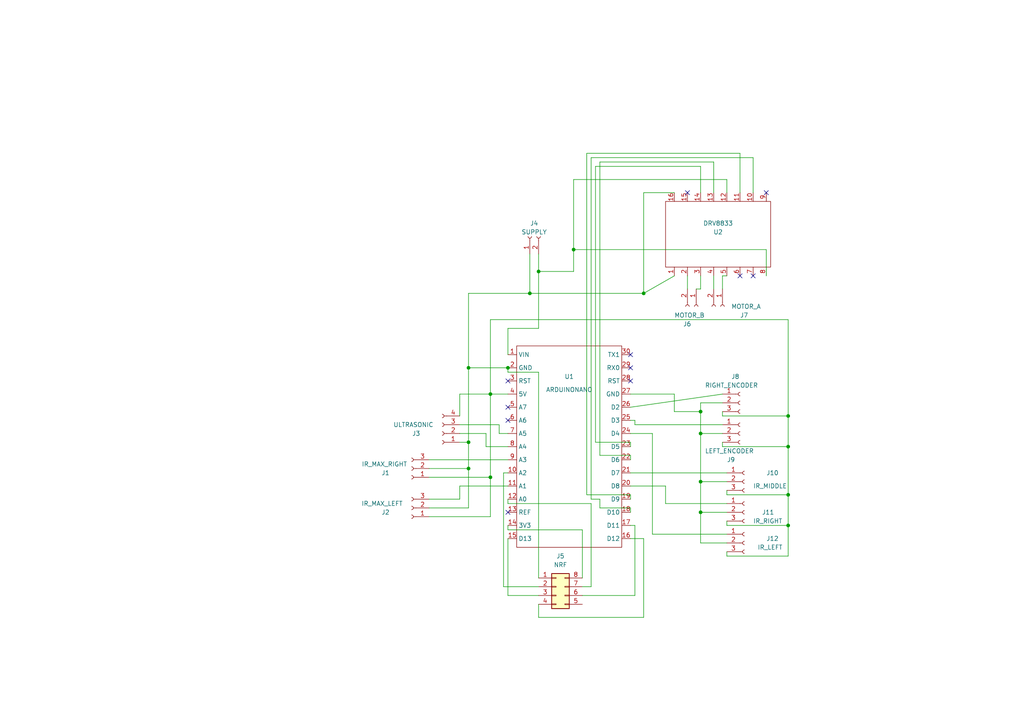
<source format=kicad_sch>
(kicad_sch (version 20211123) (generator eeschema)
  (paper "A4")
  (lib_symbols
    (symbol "ARDUINONANO:ARDUINONANO"
      (property "Reference" "U" (at 5.08 -2.54 0))
      (property "Value" "ARDUINONANO" (at 5.08 -5.08 0))
      (symbol "ARDUINONANO_0_1"
        (rectangle (start -10.16 13.97) (end 20.32 -44.45))
      )
      (symbol "ARDUINONANO_1_1"
        (pin input line (at -12.7 11.43 0) (length 2.54) (name "VIN") (number "1"))
        (pin input line (at -12.7 -22.86 0) (length 2.54) (name "A2") (number "10"))
        (pin input line (at -12.7 -26.67 0) (length 2.54) (name "A1") (number "11"))
        (pin input line (at -12.7 -30.48 0) (length 2.54) (name "A0") (number "12"))
        (pin input line (at -12.7 -34.29 0) (length 2.54) (name "REF") (number "13"))
        (pin input line (at -12.7 -38.1 0) (length 2.54) (name "3V3") (number "14"))
        (pin input line (at -12.7 -41.91 0) (length 2.54) (name "D13") (number "15"))
        (pin input line (at 22.86 -41.91 180) (length 2.54) (name "D12") (number "16"))
        (pin input line (at 22.86 -38.1 180) (length 2.54) (name "D11") (number "17"))
        (pin input line (at 22.86 -34.29 180) (length 2.54) (name "D10") (number "18"))
        (pin input line (at 22.86 -30.48 180) (length 2.54) (name "D9") (number "19"))
        (pin input line (at -12.7 7.62 0) (length 2.54) (name "GND") (number "2"))
        (pin input line (at 22.86 -26.67 180) (length 2.54) (name "D8") (number "20"))
        (pin input line (at 22.86 -22.86 180) (length 2.54) (name "D7") (number "21"))
        (pin input line (at 22.86 -19.05 180) (length 2.54) (name "D6") (number "22"))
        (pin input line (at 22.86 -15.24 180) (length 2.54) (name "D5") (number "23"))
        (pin input line (at 22.86 -11.43 180) (length 2.54) (name "D4") (number "24"))
        (pin input line (at 22.86 -7.62 180) (length 2.54) (name "D3") (number "25"))
        (pin input line (at 22.86 -3.81 180) (length 2.54) (name "D2") (number "26"))
        (pin input line (at 22.86 0 180) (length 2.54) (name "GND") (number "27"))
        (pin input line (at 22.86 3.81 180) (length 2.54) (name "RST") (number "28"))
        (pin input line (at 22.86 7.62 180) (length 2.54) (name "RX0") (number "29"))
        (pin input line (at -12.7 3.81 0) (length 2.54) (name "RST") (number "3"))
        (pin input line (at 22.86 11.43 180) (length 2.54) (name "TX1") (number "30"))
        (pin input line (at -12.7 0 0) (length 2.54) (name "5V") (number "4"))
        (pin input line (at -12.7 -3.81 0) (length 2.54) (name "A7") (number "5"))
        (pin input line (at -12.7 -7.62 0) (length 2.54) (name "A6") (number "6"))
        (pin input line (at -12.7 -11.43 0) (length 2.54) (name "A5") (number "7"))
        (pin input line (at -12.7 -15.24 0) (length 2.54) (name "A4") (number "8"))
        (pin input line (at -12.7 -19.05 0) (length 2.54) (name "A3") (number "9"))
      )
    )
    (symbol "Connector:Conn_01x02_Female" (pin_names (offset 1.016) hide)
      (property "Reference" "J" (at 0 2.54 0))
      (property "Value" "Conn_01x02_Female" (at 0 -5.08 0))
      (symbol "Conn_01x02_Female_1_1"
        (arc (start 0 -2.032) (mid -0.508 -2.54) (end 0 -3.048) (stroke (width 0.1524)))
        (polyline (pts (xy -1.27 -2.54) (xy -0.508 -2.54)) (stroke (width 0.1524)))
        (polyline (pts (xy -1.27 0) (xy -0.508 0)) (stroke (width 0.1524)))
        (arc (start 0 0.508) (mid -0.508 0) (end 0 -0.508) (stroke (width 0.1524)))
        (pin passive line (at -5.08 0 0) (length 3.81) (name "Pin_1") (number "1"))
        (pin passive line (at -5.08 -2.54 0) (length 3.81) (name "Pin_2") (number "2"))
      )
    )
    (symbol "Connector:Conn_01x03_Female" (pin_names (offset 1.016) hide)
      (property "Reference" "J" (at 0 5.08 0))
      (property "Value" "Conn_01x03_Female" (at 0 -5.08 0))
      (symbol "Conn_01x03_Female_1_1"
        (arc (start 0 -2.032) (mid -0.508 -2.54) (end 0 -3.048) (stroke (width 0.1524)))
        (polyline (pts (xy -1.27 -2.54) (xy -0.508 -2.54)) (stroke (width 0.1524)))
        (polyline (pts (xy -1.27 0) (xy -0.508 0)) (stroke (width 0.1524)))
        (polyline (pts (xy -1.27 2.54) (xy -0.508 2.54)) (stroke (width 0.1524)))
        (arc (start 0 0.508) (mid -0.508 0) (end 0 -0.508) (stroke (width 0.1524)))
        (arc (start 0 3.048) (mid -0.508 2.54) (end 0 2.032) (stroke (width 0.1524)))
        (pin passive line (at -5.08 2.54 0) (length 3.81) (name "Pin_1") (number "1"))
        (pin passive line (at -5.08 0 0) (length 3.81) (name "Pin_2") (number "2"))
        (pin passive line (at -5.08 -2.54 0) (length 3.81) (name "Pin_3") (number "3"))
      )
    )
    (symbol "Connector:Conn_01x04_Female" (pin_names (offset 1.016) hide)
      (property "Reference" "J" (at 0 5.08 0))
      (property "Value" "Conn_01x04_Female" (at 0 -7.62 0))
      (symbol "Conn_01x04_Female_1_1"
        (arc (start 0 -4.572) (mid -0.508 -5.08) (end 0 -5.588) (stroke (width 0.1524)))
        (arc (start 0 -2.032) (mid -0.508 -2.54) (end 0 -3.048) (stroke (width 0.1524)))
        (polyline (pts (xy -1.27 -5.08) (xy -0.508 -5.08)) (stroke (width 0.1524)))
        (polyline (pts (xy -1.27 -2.54) (xy -0.508 -2.54)) (stroke (width 0.1524)))
        (polyline (pts (xy -1.27 0) (xy -0.508 0)) (stroke (width 0.1524)))
        (polyline (pts (xy -1.27 2.54) (xy -0.508 2.54)) (stroke (width 0.1524)))
        (arc (start 0 0.508) (mid -0.508 0) (end 0 -0.508) (stroke (width 0.1524)))
        (arc (start 0 3.048) (mid -0.508 2.54) (end 0 2.032) (stroke (width 0.1524)))
        (pin passive line (at -5.08 2.54 0) (length 3.81) (name "Pin_1") (number "1"))
        (pin passive line (at -5.08 0 0) (length 3.81) (name "Pin_2") (number "2"))
        (pin passive line (at -5.08 -2.54 0) (length 3.81) (name "Pin_3") (number "3"))
        (pin passive line (at -5.08 -5.08 0) (length 3.81) (name "Pin_4") (number "4"))
      )
    )
    (symbol "Connector_Generic:Conn_02x04_Counter_Clockwise" (pin_names (offset 1.016) hide)
      (property "Reference" "J" (at 1.27 5.08 0))
      (property "Value" "Conn_02x04_Counter_Clockwise" (at 1.27 -7.62 0))
      (symbol "Conn_02x04_Counter_Clockwise_1_1"
        (rectangle (start -1.27 -4.953) (end 0 -5.207) (stroke (width 0.1524)))
        (rectangle (start -1.27 -2.413) (end 0 -2.667) (stroke (width 0.1524)))
        (rectangle (start -1.27 0.127) (end 0 -0.127) (stroke (width 0.1524)))
        (rectangle (start -1.27 2.667) (end 0 2.413) (stroke (width 0.1524)))
        (rectangle (start -1.27 3.81) (end 3.81 -6.35) (stroke (width 0.254)) (fill (type background)))
        (rectangle (start 3.81 -4.953) (end 2.54 -5.207) (stroke (width 0.1524)))
        (rectangle (start 3.81 -2.413) (end 2.54 -2.667) (stroke (width 0.1524)))
        (rectangle (start 3.81 0.127) (end 2.54 -0.127) (stroke (width 0.1524)))
        (rectangle (start 3.81 2.667) (end 2.54 2.413) (stroke (width 0.1524)))
        (pin passive line (at -5.08 2.54 0) (length 3.81) (name "Pin_1") (number "1"))
        (pin passive line (at -5.08 0 0) (length 3.81) (name "Pin_2") (number "2"))
        (pin passive line (at -5.08 -2.54 0) (length 3.81) (name "Pin_3") (number "3"))
        (pin passive line (at -5.08 -5.08 0) (length 3.81) (name "Pin_4") (number "4"))
        (pin passive line (at 7.62 -5.08 180) (length 3.81) (name "Pin_5") (number "5"))
        (pin passive line (at 7.62 -2.54 180) (length 3.81) (name "Pin_6") (number "6"))
        (pin passive line (at 7.62 0 180) (length 3.81) (name "Pin_7") (number "7"))
        (pin passive line (at 7.62 2.54 180) (length 3.81) (name "Pin_8") (number "8"))
      )
    )
    (symbol "DRV8833:DRV8833"
      (property "Reference" "U" (at 0 0 0))
      (property "Value" "DRV8833" (at 0 -2.54 0))
      (symbol "DRV8833_0_1"
        (rectangle (start -10.16 13.97) (end 8.89 -16.51))
      )
      (symbol "DRV8833_1_1"
        (pin input line (at -12.7 11.43 0) (length 2.54) (name "") (number "1"))
        (pin input line (at 11.43 -11.43 180) (length 2.54) (name "") (number "10"))
        (pin input line (at 11.43 -7.62 180) (length 2.54) (name "") (number "11"))
        (pin input line (at 11.43 -3.81 180) (length 2.54) (name "") (number "12"))
        (pin input line (at 11.43 0 180) (length 2.54) (name "") (number "13"))
        (pin input line (at 11.43 3.81 180) (length 2.54) (name "") (number "14"))
        (pin input line (at 11.43 7.62 180) (length 2.54) (name "") (number "15"))
        (pin input line (at 11.43 11.43 180) (length 2.54) (name "") (number "16"))
        (pin input line (at -12.7 7.62 0) (length 2.54) (name "") (number "2"))
        (pin input line (at -12.7 3.81 0) (length 2.54) (name "") (number "3"))
        (pin input line (at -12.7 0 0) (length 2.54) (name "") (number "4"))
        (pin input line (at -12.7 -3.81 0) (length 2.54) (name "") (number "5"))
        (pin input line (at -12.7 -7.62 0) (length 2.54) (name "") (number "6"))
        (pin input line (at -12.7 -11.43 0) (length 2.54) (name "") (number "7"))
        (pin input line (at -12.7 -15.24 0) (length 2.54) (name "") (number "8"))
        (pin input line (at 11.43 -15.24 180) (length 2.54) (name "") (number "9"))
      )
    )
  )
  (junction (at 147.32 106.68))
  (junction (at 142.24 114.3))
  (junction (at 153.67 85.09))
  (junction (at 203.2 139.7))
  (junction (at 135.89 135.89))
  (junction (at 228.6 120.65))
  (junction (at 228.6 143.51))
  (junction (at 135.89 106.68))
  (junction (at 203.2 119.38))
  (junction (at 156.21 78.74))
  (junction (at 228.6 152.4))
  (junction (at 142.24 138.43))
  (junction (at 186.69 85.09))
  (junction (at 203.2 125.73))
  (junction (at 166.37 72.39))
  (junction (at 135.89 128.27))
  (junction (at 228.6 129.54))
  (junction (at 203.2 148.59))
  (no_connect (at 222.25 55.88))
  (no_connect (at 214.63 80.01))
  (no_connect (at 218.44 80.01))
  (no_connect (at 199.39 55.88))
  (no_connect (at 182.88 102.87))
  (no_connect (at 182.88 106.68))
  (no_connect (at 182.88 110.49))
  (no_connect (at 147.32 110.49))
  (no_connect (at 147.32 148.59))
  (no_connect (at 147.32 118.11))
  (no_connect (at 147.32 121.92))
  (wire (pts (xy 210.82 52.07) (xy 166.37 52.07)))
  (wire (pts (xy 210.82 154.94) (xy 189.23 154.94)))
  (wire (pts (xy 156.21 172.72) (xy 147.32 172.72)))
  (wire (pts (xy 195.58 114.3) (xy 195.58 119.38)))
  (wire (pts (xy 147.32 153.67) (xy 147.32 152.4)))
  (wire (pts (xy 182.88 114.3) (xy 195.58 114.3)))
  (wire (pts (xy 135.89 85.09) (xy 153.67 85.09)))
  (wire (pts (xy 210.82 146.05) (xy 193.04 146.05)))
  (wire (pts (xy 144.78 125.73) (xy 147.32 125.73)))
  (wire (pts (xy 222.25 80.01) (xy 222.25 72.39)))
  (wire (pts (xy 203.2 139.7) (xy 203.2 125.73)))
  (wire (pts (xy 168.91 172.72) (xy 184.15 172.72)))
  (wire (pts (xy 124.46 147.32) (xy 135.89 147.32)))
  (wire (pts (xy 153.67 85.09) (xy 186.69 85.09)))
  (wire (pts (xy 173.99 147.32) (xy 182.88 147.32)))
  (wire (pts (xy 209.55 123.19) (xy 184.15 123.19)))
  (wire (pts (xy 142.24 138.43) (xy 142.24 149.86)))
  (wire (pts (xy 156.21 95.25) (xy 156.21 78.74)))
  (wire (pts (xy 203.2 116.84) (xy 203.2 119.38)))
  (wire (pts (xy 186.69 179.07) (xy 186.69 156.21)))
  (wire (pts (xy 147.32 114.3) (xy 142.24 114.3)))
  (wire (pts (xy 146.05 137.16) (xy 147.32 137.16)))
  (wire (pts (xy 207.01 80.01) (xy 207.01 83.82)))
  (wire (pts (xy 153.67 73.66) (xy 153.67 85.09)))
  (wire (pts (xy 156.21 179.07) (xy 186.69 179.07)))
  (wire (pts (xy 133.35 144.78) (xy 133.35 140.97)))
  (wire (pts (xy 203.2 48.26) (xy 172.72 48.26)))
  (wire (pts (xy 140.97 125.73) (xy 140.97 129.54)))
  (wire (pts (xy 171.45 146.05) (xy 147.32 146.05)))
  (wire (pts (xy 171.45 170.18) (xy 171.45 146.05)))
  (wire (pts (xy 142.24 114.3) (xy 142.24 92.71)))
  (wire (pts (xy 210.82 161.29) (xy 228.6 161.29)))
  (wire (pts (xy 133.35 128.27) (xy 135.89 128.27)))
  (wire (pts (xy 218.44 45.72) (xy 171.45 45.72)))
  (wire (pts (xy 182.88 137.16) (xy 210.82 137.16)))
  (wire (pts (xy 147.32 146.05) (xy 147.32 144.78)))
  (wire (pts (xy 133.35 114.3) (xy 142.24 114.3)))
  (wire (pts (xy 201.93 83.82) (xy 203.2 83.82)))
  (wire (pts (xy 186.69 55.88) (xy 186.69 85.09)))
  (wire (pts (xy 203.2 148.59) (xy 203.2 139.7)))
  (wire (pts (xy 142.24 114.3) (xy 142.24 138.43)))
  (wire (pts (xy 168.91 170.18) (xy 171.45 170.18)))
  (wire (pts (xy 203.2 125.73) (xy 209.55 125.73)))
  (wire (pts (xy 172.72 48.26) (xy 172.72 128.27)))
  (wire (pts (xy 170.18 44.45) (xy 214.63 44.45)))
  (wire (pts (xy 203.2 157.48) (xy 203.2 148.59)))
  (wire (pts (xy 168.91 153.67) (xy 147.32 153.67)))
  (wire (pts (xy 140.97 129.54) (xy 147.32 129.54)))
  (wire (pts (xy 166.37 78.74) (xy 156.21 78.74)))
  (wire (pts (xy 210.82 142.24) (xy 210.82 143.51)))
  (wire (pts (xy 214.63 44.45) (xy 214.63 55.88)))
  (wire (pts (xy 133.35 125.73) (xy 140.97 125.73)))
  (wire (pts (xy 124.46 135.89) (xy 135.89 135.89)))
  (wire (pts (xy 203.2 55.88) (xy 203.2 48.26)))
  (wire (pts (xy 228.6 152.4) (xy 228.6 143.51)))
  (wire (pts (xy 171.45 144.78) (xy 173.99 144.78)))
  (wire (pts (xy 209.55 83.82) (xy 209.55 80.01)))
  (wire (pts (xy 186.69 85.09) (xy 195.58 80.01)))
  (wire (pts (xy 182.88 128.27) (xy 182.88 129.54)))
  (wire (pts (xy 156.21 175.26) (xy 156.21 179.07)))
  (wire (pts (xy 147.32 106.68) (xy 135.89 106.68)))
  (wire (pts (xy 124.46 138.43) (xy 142.24 138.43)))
  (wire (pts (xy 193.04 140.97) (xy 182.88 140.97)))
  (wire (pts (xy 210.82 152.4) (xy 228.6 152.4)))
  (wire (pts (xy 135.89 135.89) (xy 135.89 147.32)))
  (wire (pts (xy 210.82 160.02) (xy 210.82 161.29)))
  (wire (pts (xy 133.35 120.65) (xy 133.35 114.3)))
  (wire (pts (xy 135.89 106.68) (xy 135.89 128.27)))
  (wire (pts (xy 209.55 128.27) (xy 209.55 129.54)))
  (wire (pts (xy 207.01 55.88) (xy 207.01 46.99)))
  (wire (pts (xy 171.45 45.72) (xy 171.45 144.78)))
  (wire (pts (xy 170.18 143.51) (xy 170.18 44.45)))
  (wire (pts (xy 228.6 129.54) (xy 228.6 120.65)))
  (wire (pts (xy 184.15 152.4) (xy 182.88 152.4)))
  (wire (pts (xy 173.99 132.08) (xy 182.88 132.08)))
  (wire (pts (xy 209.55 116.84) (xy 203.2 116.84)))
  (wire (pts (xy 147.32 107.95) (xy 156.21 107.95)))
  (wire (pts (xy 156.21 170.18) (xy 146.05 170.18)))
  (wire (pts (xy 124.46 133.35) (xy 147.32 133.35)))
  (wire (pts (xy 210.82 148.59) (xy 203.2 148.59)))
  (wire (pts (xy 173.99 144.78) (xy 173.99 147.32)))
  (wire (pts (xy 228.6 143.51) (xy 228.6 129.54)))
  (wire (pts (xy 184.15 123.19) (xy 184.15 121.92)))
  (wire (pts (xy 142.24 92.71) (xy 228.6 92.71)))
  (wire (pts (xy 135.89 106.68) (xy 135.89 85.09)))
  (wire (pts (xy 133.35 123.19) (xy 144.78 123.19)))
  (wire (pts (xy 182.88 143.51) (xy 170.18 143.51)))
  (wire (pts (xy 124.46 149.86) (xy 142.24 149.86)))
  (wire (pts (xy 218.44 55.88) (xy 218.44 45.72)))
  (wire (pts (xy 189.23 125.73) (xy 182.88 125.73)))
  (wire (pts (xy 172.72 128.27) (xy 182.88 128.27)))
  (wire (pts (xy 147.32 95.25) (xy 156.21 95.25)))
  (wire (pts (xy 209.55 120.65) (xy 209.55 119.38)))
  (wire (pts (xy 209.55 129.54) (xy 228.6 129.54)))
  (wire (pts (xy 147.32 107.95) (xy 147.32 106.68)))
  (wire (pts (xy 182.88 132.08) (xy 182.88 133.35)))
  (wire (pts (xy 135.89 128.27) (xy 135.89 135.89)))
  (wire (pts (xy 210.82 151.13) (xy 210.82 152.4)))
  (wire (pts (xy 166.37 72.39) (xy 166.37 78.74)))
  (wire (pts (xy 195.58 119.38) (xy 203.2 119.38)))
  (wire (pts (xy 203.2 83.82) (xy 203.2 80.01)))
  (wire (pts (xy 146.05 170.18) (xy 146.05 137.16)))
  (wire (pts (xy 182.88 147.32) (xy 182.88 148.59)))
  (wire (pts (xy 168.91 167.64) (xy 168.91 153.67)))
  (wire (pts (xy 228.6 92.71) (xy 228.6 120.65)))
  (wire (pts (xy 195.58 55.88) (xy 186.69 55.88)))
  (wire (pts (xy 199.39 80.01) (xy 199.39 83.82)))
  (wire (pts (xy 228.6 161.29) (xy 228.6 152.4)))
  (wire (pts (xy 184.15 121.92) (xy 182.88 121.92)))
  (wire (pts (xy 189.23 154.94) (xy 189.23 125.73)))
  (wire (pts (xy 222.25 72.39) (xy 166.37 72.39)))
  (wire (pts (xy 144.78 123.19) (xy 144.78 125.73)))
  (wire (pts (xy 184.15 172.72) (xy 184.15 152.4)))
  (wire (pts (xy 210.82 143.51) (xy 228.6 143.51)))
  (wire (pts (xy 210.82 55.88) (xy 210.82 52.07)))
  (wire (pts (xy 156.21 167.64) (xy 156.21 107.95)))
  (wire (pts (xy 166.37 52.07) (xy 166.37 72.39)))
  (wire (pts (xy 210.82 157.48) (xy 203.2 157.48)))
  (wire (pts (xy 228.6 120.65) (xy 209.55 120.65)))
  (wire (pts (xy 193.04 146.05) (xy 193.04 140.97)))
  (wire (pts (xy 207.01 46.99) (xy 173.99 46.99)))
  (wire (pts (xy 147.32 156.21) (xy 147.32 172.72)))
  (wire (pts (xy 209.55 80.01) (xy 210.82 80.01)))
  (wire (pts (xy 156.21 78.74) (xy 156.21 73.66)))
  (wire (pts (xy 203.2 119.38) (xy 203.2 125.73)))
  (wire (pts (xy 182.88 118.11) (xy 209.55 114.3)))
  (wire (pts (xy 182.88 144.78) (xy 182.88 143.51)))
  (wire (pts (xy 133.35 140.97) (xy 147.32 140.97)))
  (wire (pts (xy 173.99 46.99) (xy 173.99 132.08)))
  (wire (pts (xy 124.46 144.78) (xy 133.35 144.78)))
  (wire (pts (xy 210.82 139.7) (xy 203.2 139.7)))
  (wire (pts (xy 147.32 102.87) (xy 147.32 95.25)))
  (wire (pts (xy 186.69 156.21) (xy 182.88 156.21)))
  (symbol (lib_id "Connector:Conn_01x03_Female") (at 119.38 135.89 180) (unit 1)
    (property "Reference" "J1" (at 113.03 137.16 0) (effects (justify left)))
    (property "Value" "IR_MAX_RIGHT" (at 118.11 134.62 0) (effects (justify left)))
    (property "Footprint" "Connector_PinSocket_2.54mm:PinSocket_1x03_P2.54mm_Vertical" (effects hide))
  )
  (symbol (lib_id "Connector:Conn_01x02_Female") (at 153.67 68.58 90) (unit 1)
    (property "Reference" "J4" (at 154.94 64.77 90))
    (property "Value" "SUPPLY" (at 154.94 67.31 90))
    (property "Footprint" "TerminalBlock_Phoenix:TerminalBlock_Phoenix_MPT-0,5-2-2.54_1x02_P2.54mm_Horizontal" (effects hide))
  )
  (symbol (lib_id "Connector:Conn_01x02_Female") (at 209.55 88.9 270) (unit 1)
    (property "Reference" "J7" (at 214.63 91.44 90) (effects (justify left)))
    (property "Value" "MOTOR_A" (at 212.09 88.9 90) (effects (justify left)))
    (property "Footprint" "TerminalBlock_Phoenix:TerminalBlock_Phoenix_MPT-0,5-2-2.54_1x02_P2.54mm_Horizontal" (effects hide))
  )
  (symbol (lib_id "Connector:Conn_01x03_Female") (at 214.63 125.73 0) (unit 1)
    (property "Reference" "J9" (at 210.82 133.35 0) (effects (justify left)))
    (property "Value" "LEFT_ENCODER" (at 204.47 130.81 0) (effects (justify left)))
    (property "Footprint" "Connector_PinSocket_2.54mm:PinSocket_1x03_P2.54mm_Vertical" (effects hide))
  )
  (symbol (lib_id "Connector:Conn_01x03_Female") (at 215.9 157.48 0) (unit 1)
    (property "Reference" "J12" (at 222.25 156.21 0) (effects (justify left)))
    (property "Value" "IR_LEFT" (at 219.71 158.75 0) (effects (justify left)))
    (property "Footprint" "Connector_PinSocket_2.54mm:PinSocket_1x03_P2.54mm_Vertical" (effects hide))
  )
  (symbol (lib_id "Connector:Conn_01x02_Female") (at 201.93 88.9 270) (unit 1)
    (property "Reference" "J6" (at 198.12 93.98 90) (effects (justify left)))
    (property "Value" "MOTOR_B" (at 195.58 91.44 90) (effects (justify left)))
    (property "Footprint" "TerminalBlock_Phoenix:TerminalBlock_Phoenix_MPT-0,5-2-2.54_1x02_P2.54mm_Horizontal" (effects hide))
  )
  (symbol (lib_id "Connector:Conn_01x04_Female") (at 128.27 125.73 180) (unit 1)
    (property "Reference" "J3" (at 121.92 125.73 0) (effects (justify left)))
    (property "Value" "ULTRASONIC" (at 125.73 123.19 0) (effects (justify left)))
    (property "Footprint" "Connector_PinSocket_2.54mm:PinSocket_1x04_P2.54mm_Vertical" (effects hide))
  )
  (symbol (lib_id "Connector:Conn_01x03_Female") (at 214.63 116.84 0) (unit 1)
    (property "Reference" "J8" (at 212.09 109.22 0) (effects (justify left)))
    (property "Value" "RIGHT_ENCODER" (at 204.47 111.76 0) (effects (justify left)))
    (property "Footprint" "Connector_PinSocket_2.54mm:PinSocket_1x03_P2.54mm_Vertical" (effects hide))
  )
  (symbol (lib_id "Connector:Conn_01x03_Female") (at 215.9 139.7 0) (unit 1)
    (property "Reference" "J10" (at 222.25 137.16 0) (effects (justify left)))
    (property "Value" "IR_MIDDLE" (at 218.44 140.97 0) (effects (justify left)))
    (property "Footprint" "Connector_PinSocket_2.54mm:PinSocket_1x03_P2.54mm_Vertical" (effects hide))
  )
  (symbol (lib_id "Connector:Conn_01x03_Female") (at 119.38 147.32 180) (unit 1)
    (property "Reference" "J2" (at 113.03 148.59 0) (effects (justify left)))
    (property "Value" "IR_MAX_LEFT" (at 116.84 146.05 0) (effects (justify left)))
    (property "Footprint" "Connector_PinSocket_2.54mm:PinSocket_1x03_P2.54mm_Vertical" (effects hide))
  )
  (symbol (lib_id "Connector_Generic:Conn_02x04_Counter_Clockwise") (at 161.29 170.18 0) (unit 1)
    (property "Reference" "J5" (at 162.56 161.29 0))
    (property "Value" "NRF" (at 162.56 163.83 0))
    (property "Footprint" "Connector_PinSocket_2.54mm:PinSocket_2x04_P2.54mm_Vertical" (effects hide))
  )
  (symbol (lib_id "DRV8833:DRV8833") (at 207.01 67.31 90) (unit 1)
    (property "Reference" "U2" (at 208.28 67.31 90))
    (property "Value" "DRV8833" (at 208.28 64.77 90))
    (property "Footprint" "DRV8833:DRV8833" (effects hide))
  )
  (symbol (lib_id "Connector:Conn_01x03_Female") (at 215.9 148.59 0) (unit 1)
    (property "Reference" "J11" (at 220.98 148.59 0) (effects (justify left)))
    (property "Value" "IR_RIGHT" (at 218.44 151.13 0) (effects (justify left)))
    (property "Footprint" "Connector_PinSocket_2.54mm:PinSocket_1x03_P2.54mm_Vertical" (effects hide))
  )
  (symbol (lib_id "ARDUINONANO:ARDUINONANO") (at 160.02 114.3 0) (unit 1)
    (property "Reference" "U1" (at 165.1 109.22 0))
    (property "Value" "ARDUINONANO" (at 165.1 113.03 0))
    (property "Footprint" "ARDUINONANO:ARDUINONANO" (effects hide))
  )
)
</source>
